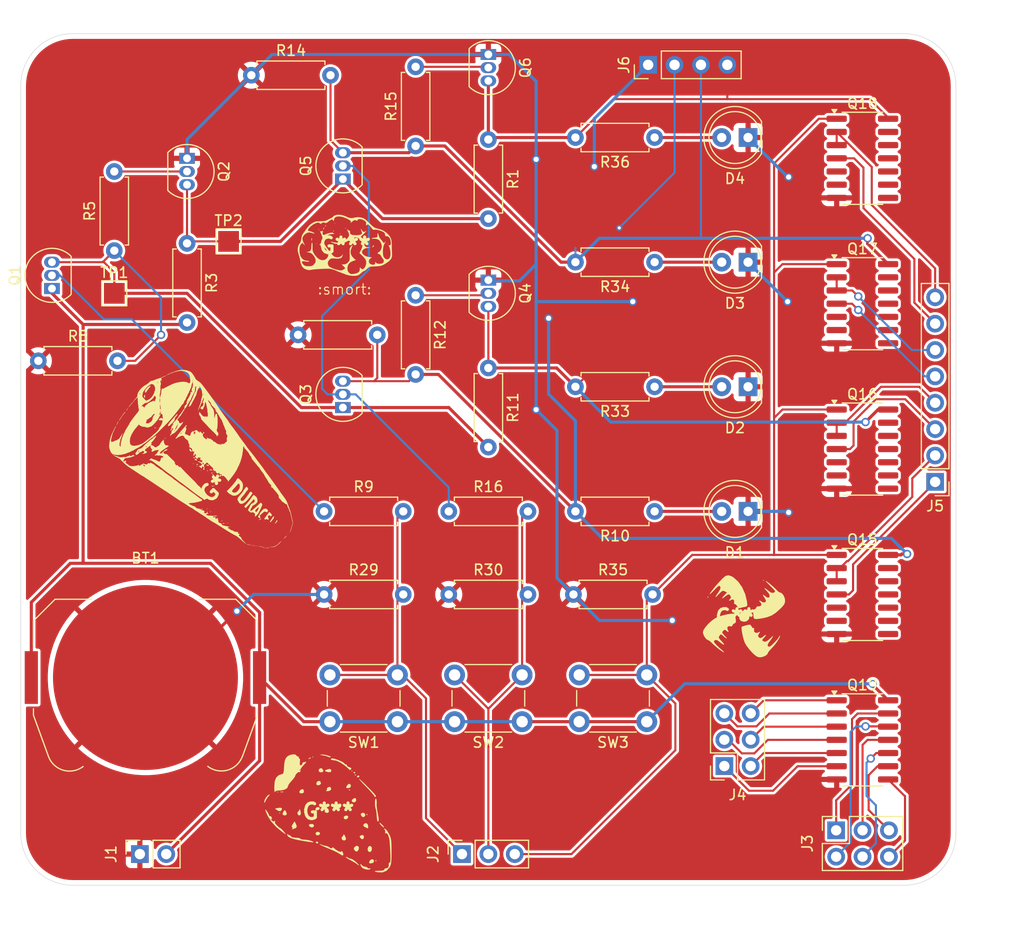
<source format=kicad_pcb>
(kicad_pcb (version 20241129) (generator "pcbnew") (generator_version "8.99")
  (layers (0 "F.Cu" signal) (2 "B.Cu" signal) (13 "F.Paste" user) (15 "B.Paste" user) (5 "F.SilkS" user "F.Silkscreen") (7 "B.SilkS" user "B.Silkscreen") (1 "F.Mask" user) (3 "B.Mask" user) (25 "Edge.Cuts" user))
  (net 0 "")
  (net 1 "GND")
  (net 2 "+1V5")
  (net 3 "B4")
  (net 4 "B2")
  (net 5 "B0")
  (net 6 "Net-(J3-Pin_3)")
  (net 7 "Net-(J3-Pin_2)")
  (net 8 "Net-(J3-Pin_6)")
  (net 9 "Net-(J3-Pin_4)")
  (net 10 "Net-(J3-Pin_1)")
  (net 11 "Net-(J3-Pin_5)")
  (net 12 "Net-(J4-Pin_5)")
  (net 13 "Net-(J4-Pin_3)")
  (net 14 "Net-(J4-Pin_6)")
  (net 15 "Net-(J4-Pin_1)")
  (net 16 "Net-(J4-Pin_2)")
  (net 17 "Net-(J4-Pin_4)")
  (net 18 "Net-(Q1-B)")
  (net 19 "IN2")
  (net 20 "IN4")
  (net 21 "Net-(Q2-B)")
  (net 22 "Net-(Q3-B)")
  (net 23 "IN6")
  (net 24 "Net-(Q4-B)")
  (net 25 "IN8")
  (net 26 "IN10")
  (net 27 "IN12")
  (net 28 "Net-(Q6-B)")
  (net 33 "O7")
  (net 35 "O6")
  (net 43 "O8")
  (net 46 "O9")
  (net 49 "O10")
  (net 52 "O11")
  (net 61 "O12")
  (net 62 "O13")
  (net 69 "Net-(D1-A)")
  (net 70 "Net-(D2-A)")
  (net 71 "Net-(D3-A)")
  (net 72 "Net-(D4-A)")
  (footprint "Package_SO:SO-14_3.9x8.65mm_P1.27mm" (layer "F.Cu") (at 178 38)
    (property "Reference" "Q18")
    (property "Value" "~")
  )
  (footprint "Package_SO:SO-14_3.9x8.65mm_P1.27mm" (layer "F.Cu") (at 178 94)
    (property "Reference" "Q19")
    (property "Value" "~")
  )
  (footprint "Resistor_THT:R_Axial_DIN0207_L6.3mm_D2.5mm_P7.62mm_Horizontal" (layer "F.Cu") (at 150.19 80)
    (property "Reference" "R35")
    (property "Value" "47K")
  )
  (footprint "Package_TO_SOT_THT:TO-92_Inline" (layer "F.Cu") (at 100 50.540002 90)
    (property "Reference" "Q1")
    (property "Value" "2N3906")
  )
  (footprint "Connector_PinSocket_2.54mm:PinSocket_2x03_P2.54mm_Vertical" (layer "F.Cu") (at 175.475 102.71 90)
    (property "Reference" "J3")
    (property "Value" "Conn_01x06_Socket")
  )
  (footprint "LOGO" (layer "F.Cu") (at 128.2 46.4)
    (property "Reference" "G***")
    (property "Value" "LOGO" (hide yes))
  )
  (footprint "Connector_PinSocket_2.54mm:PinSocket_1x03_P2.54mm_Vertical" (layer "F.Cu") (at 139.46 105 90)
    (property "Reference" "J2")
    (property "Value" "Conn_01x03_Socket")
  )
  (footprint "Resistor_THT:R_Axial_DIN0207_L6.3mm_D2.5mm_P7.62mm_Horizontal" (layer "F.Cu") (at 113 46.19 -90)
    (property "Reference" "R3")
    (property "Value" "90Ohm")
  )
  (footprint "Resistor_THT:R_Axial_DIN0207_L6.3mm_D2.5mm_P7.62mm_Horizontal" (layer "F.Cu") (at 158 48 180)
    (property "Reference" "R34")
    (property "Value" "51Ohm")
  )
  (footprint "Resistor_THT:R_Axial_DIN0207_L6.3mm_D2.5mm_P7.62mm_Horizontal" (layer "F.Cu") (at 123.69 55)
    (property "Reference" "R13" (hide yes))
    (property "Value" "47K")
  )
  (footprint "LOGO" (layer "F.Cu") (at 166.323914 82.185996)
    (property "Reference" "G***")
    (property "Value" "LOGO" (hide yes))
  )
  (footprint "Package_TO_SOT_THT:TO-92_Inline" (layer "F.Cu") (at 142 49.729999 -90)
    (property "Reference" "Q4")
    (property "Value" "2N3904")
  )
  (footprint "Resistor_THT:R_Axial_DIN0207_L6.3mm_D2.5mm_P7.62mm_Horizontal" (layer "F.Cu") (at 98.69 57.5)
    (property "Reference" "R8")
    (property "Value" "47K")
  )
  (footprint "Resistor_THT:R_Axial_DIN0207_L6.3mm_D2.5mm_P7.62mm_Horizontal" (layer "F.Cu") (at 142 58.19 -90)
    (property "Reference" "R11")
    (property "Value" "90Ohm")
  )
  (footprint "Connector_PinSocket_2.54mm:PinSocket_2x03_P2.54mm_Vertical" (layer "F.Cu") (at 164.71 96.525 180)
    (property "Reference" "J4")
    (property "Value" "Conn_01x06_Socket")
  )
  (footprint "Resistor_THT:R_Axial_DIN0207_L6.3mm_D2.5mm_P7.62mm_Horizontal" (layer "F.Cu") (at 142 36.19 -90)
    (property "Reference" "R1")
    (property "Value" "90Ohm")
  )
  (footprint "LOGO" (layer "F.Cu") (at 126.6 100.9)
    (property "Reference" "G***")
    (property "Value" "LOGO" (hide yes))
  )
  (footprint "Connector_PinSocket_2.54mm:PinSocket_1x02_P2.54mm_Vertical" (layer "F.Cu") (at 108.46 105 90)
    (property "Reference" "J1")
    (property "Value" "Energy")
  )
  (footprint "Button_Switch_THT:SW_PUSH_6mm" (layer "F.Cu") (at 157.25 92.25 180)
    (property "Reference" "SW3")
    (property "Value" "SW_Push_45deg")
  )
  (footprint "Resistor_THT:R_Axial_DIN0207_L6.3mm_D2.5mm_P7.62mm_Horizontal" (layer "F.Cu") (at 158 60 180)
    (property "Reference" "R33")
    (property "Value" "51Ohm")
  )
  (footprint "LED_THT:LED_D5.0mm" (layer "F.Cu") (at 167 72 180)
    (property "Reference" "D1")
    (property "Value" "LED")
  )
  (footprint "Resistor_THT:R_Axial_DIN0207_L6.3mm_D2.5mm_P7.62mm_Horizontal" (layer "F.Cu") (at 126.19 80)
    (property "Reference" "R29")
    (property "Value" "47K")
  )
  (footprint "Package_TO_SOT_THT:TO-92_Inline" (layer "F.Cu") (at 113 38 -90)
    (property "Reference" "Q2")
    (property "Value" "2N3904")
  )
  (footprint "Resistor_THT:R_Axial_DIN0207_L6.3mm_D2.5mm_P7.62mm_Horizontal" (layer "F.Cu") (at 119.19 30)
    (property "Reference" "R14")
    (property "Value" "47K")
  )
  (footprint "LOGO" (layer "F.Cu") (at 116.4 69 45)
    (property "Reference" "G***")
    (property "Value" "LOGO" (hide yes))
  )
  (footprint "Battery:BatteryHolder_Keystone_3034_1x20mm" (layer "F.Cu") (at 109 88)
    (property "Reference" "BT1")
    (property "Value" "Battery_Cell")
  )
  (footprint "Connector_PinHeader_2.54mm:PinHeader_1x04_P2.54mm_Vertical" (layer "F.Cu") (at 157.38 29 90)
    (property "Reference" "J6")
    (property "Value" "Conn_01x04_Pin")
  )
  (footprint "Resistor_THT:R_Axial_DIN0207_L6.3mm_D2.5mm_P7.62mm_Horizontal" (layer "F.Cu") (at 138.19 80)
    (property "Reference" "R30")
    (property "Value" "47K")
  )
  (footprint "Package_SO:SO-14_3.9x8.65mm_P1.27mm" (layer "F.Cu") (at 178 52)
    (property "Reference" "Q17")
    (property "Value" "~")
  )
  (footprint "Resistor_THT:R_Axial_DIN0207_L6.3mm_D2.5mm_P7.62mm_Horizontal" (layer "F.Cu") (at 106 46.890001 90)
    (property "Reference" "R5")
    (property "Value" "4.7K")
  )
  (footprint "Button_Switch_THT:SW_PUSH_6mm" (layer "F.Cu") (at 145.25 92.25 180)
    (property "Reference" "SW2")
    (property "Value" "SW_Push_45deg")
  )
  (footprint "LED_THT:LED_D5.0mm" (layer "F.Cu") (at 167 60 180)
    (property "Reference" "D2")
    (property "Value" "LED")
  )
  (footprint "Package_TO_SOT_THT:TO-92_Inline" (layer "F.Cu") (at 128 62 90)
    (property "Reference" "Q3")
    (property "Value" "2N3906")
  )
  (footprint "LED_THT:LED_D5.0mm" (layer "F.Cu") (at 167 36 180)
    (property "Reference" "D4")
    (property "Value" "LED")
  )
  (footprint "Package_SO:SO-14_3.9x8.65mm_P1.27mm" (layer "F.Cu") (at 178 66)
    (property "Reference" "Q16")
    (property "Value" "~")
  )
  (footprint "TestPoint:TestPoint_Pad_2.0x2.0mm" (layer "F.Cu") (at 106 51)
    (property "Reference" "TP1")
    (property "Value" "TestPoint")
  )
  (footprint "Resistor_THT:R_Axial_DIN0207_L6.3mm_D2.5mm_P7.62mm_Horizontal" (layer "F.Cu") (at 138.19 72)
    (property "Reference" "R16")
    (property "Value" "4.7K")
  )
  (footprint "LED_THT:LED_D5.0mm" (layer "F.Cu") (at 167 48 180)
    (property "Reference" "D3")
    (property "Value" "LED")
  )
  (footprint "Resistor_THT:R_Axial_DIN0207_L6.3mm_D2.5mm_P7.62mm_Horizontal" (layer "F.Cu") (at 135 51.19 -90)
    (property "Reference" "R12")
    (property "Value" "4.7K")
  )
  (footprint "Resistor_THT:R_Axial_DIN0207_L6.3mm_D2.5mm_P7.62mm_Horizontal" (layer "F.Cu") (at 126.19 72)
    (property "Reference" "R9")
    (property "Value" "4.7K")
  )
  (footprint "Resistor_THT:R_Axial_DIN0207_L6.3mm_D2.5mm_P7.62mm_Horizontal" (layer "F.Cu") (at 158 36 180)
    (property "Reference" "R36")
    (property "Value" "51Ohm")
  )
  (footprint "Package_TO_SOT_THT:TO-92_Inline" (layer "F.Cu") (at 142 28 -90)
    (property "Reference" "Q6")
    (property "Value" "2N3904")
  )
  (footprint "Package_SO:SO-14_3.9x8.65mm_P1.27mm" (layer "F.Cu") (at 178 80)
    (property "Reference" "Q15")
    (property "Value" "~")
  )
  (footprint "TestPoint:TestPoint_Pad_2.0x2.0mm" (layer "F.Cu") (at 117 46)
    (property "Reference" "TP2")
    (property "Value" "TestPoint")
  )
  (footprint "Button_Switch_THT:SW_PUSH_6mm" (layer "F.Cu") (at 133.25 92.25 180)
    (property "Reference" "SW1")
    (property "Value" "SW_Push_45deg")
  )
  (footprint "Resistor_THT:R_Axial_DIN0207_L6.3mm_D2.5mm_P7.62mm_Horizontal" (layer "F.Cu") (at 158 72 180)
    (property "Reference" "R10")
    (property "Value" "51Ohm")
  )
  (footprint "Resistor_THT:R_Axial_DIN0207_L6.3mm_D2.5mm_P7.62mm_Horizontal" (layer "F.Cu") (at 135 36.81 90)
    (property "Reference" "R15")
    (property "Value" "4.7K")
  )
  (footprint "Connector_PinHeader_2.54mm:PinHeader_1x08_P2.54mm_Vertical" (layer "F.Cu") (at 185 69.16 180)
    (property "Reference" "J5")
    (property "Value" "Conn_02x04_Odd_Even")
  )
  (footprint "Package_TO_SOT_THT:TO-92_Inline" (layer "F.Cu") (at 128 40 90)
    (property "Reference" "Q5")
    (property "Value" "2N3906")
  )
  (gr_line (start 187 31) (end 187 103) (stroke (width 0.05)) (layer "Edge.Cuts"))
  (gr_arc (start 102 108) (mid 98.464466 106.535534) (end 97 103) (stroke (width 0.05)) (layer "Edge.Cuts"))
  (gr_arc (start 187 103) (mid 185.535534 106.535534) (end 182 108) (stroke (width 0.05)) (layer "Edge.Cuts"))
  (gr_line (start 102 26) (end 182 26) (stroke (width 0.05)) (layer "Edge.Cuts"))
  (gr_line (start 102 108) (end 182 108) (stroke (width 0.05)) (layer "Edge.Cuts"))
  (gr_line (start 97 103) (end 97 31) (stroke (width 0.05)) (layer "Edge.Cuts"))
  (gr_arc (start 97 31) (mid 98.464466 27.464466) (end 102 26) (stroke (width 0.05)) (layer "Edge.Cuts"))
  (gr_arc (start 182 26) (mid 185.535534 27.464466) (end 187 31) (stroke (width 0.05)) (layer "Edge.Cuts"))
  (gr_text ":smort:" (at 125.5 51.2 0) (layer "F.SilkS") (effects (font (size 1 1) (thickness 0.1)) (justify left bottom)))
  (segment (start 111.4 88) (end 117.8 81.6) (width 0.3) (layer "F.Cu") (net 1))
  (segment (start 109 88) (end 111.4 88) (width 0.3) (layer "F.Cu") (net 1))
  (via (at 155.9 51.8) (size 0.8) (drill 0.5) (layers "F.Cu" "B.Cu") (net 1))
  (via (at 170.9 39.8) (size 0.8) (drill 0.5) (layers "F.Cu" "B.Cu") (net 1))
  (via (at 117.8 81.6) (size 0.8) (drill 0.5) (layers "F.Cu" "B.Cu") (net 1))
  (via (at 146.6 38.1) (size 0.8) (drill 0.5) (layers "F.Cu" "B.Cu") (net 1))
  (via (at 159.7 82.5) (size 0.8) (drill 0.5) (layers "F.Cu" "B.Cu") (net 1))
  (via (at 170.8 51.8) (size 0.8) (drill 0.5) (layers "F.Cu" "B.Cu") (net 1))
  (via (at 170.9 72.1) (size 0.8) (drill 0.5) (layers "F.Cu" "B.Cu") (net 1))
  (via (at 146.6 62.2) (size 0.8) (drill 0.5) (layers "F.Cu" "B.Cu") (net 1))
  (segment (start 142.070001 49.8) (end 142 49.729999) (width 0.3) (layer "B.Cu") (net 1))
  (segment (start 167 36) (end 170.8 39.8) (width 0.3) (layer "B.Cu") (net 1))
  (segment (start 121.19 28) (end 119.19 30) (width 0.3) (layer "B.Cu") (net 1))
  (segment (start 117.8 81.6) (end 119.4 80) (width 0.3) (layer "B.Cu") (net 1))
  (segment (start 167 48) (end 170.8 51.8) (width 0.3) (layer "B.Cu") (net 1))
  (segment (start 146.6 38.1) (end 146.6 30.6) (width 0.3) (layer "B.Cu") (net 1))
  (segment (start 150.19 80) (end 152.69 82.5) (width 0.3) (layer "B.Cu") (net 1))
  (segment (start 119.4 80) (end 126.19 80) (width 0.3) (layer "B.Cu") (net 1))
  (segment (start 170.8 39.8) (end 170.9 39.8) (width 0.3) (layer "B.Cu") (net 1))
  (segment (start 146.6 30.6) (end 144 28) (width 0.3) (layer "B.Cu") (net 1))
  (segment (start 144 28) (end 142 28) (width 0.3) (layer "B.Cu") (net 1))
  (segment (start 113 36.19) (end 113 38) (width 0.3) (layer "B.Cu") (net 1))
  (segment (start 146.6 38.1) (end 146.6 48.2) (width 0.3) (layer "B.Cu") (net 1))
  (segment (start 146.6 51.8) (end 155.9 51.8) (width 0.3) (layer "B.Cu") (net 1))
  (segment (start 148.6 64.2) (end 148.6 78.41) (width 0.3) (layer "B.Cu") (net 1))
  (segment (start 152.69 82.5) (end 159.7 82.5) (width 0.3) (layer "B.Cu") (net 1))
  (segment (start 148.6 78.41) (end 150.19 80) (width 0.3) (layer "B.Cu") (net 1))
  (segment (start 146.6 62.2) (end 148.6 64.2) (width 0.3) (layer "B.Cu") (net 1))
  (segment (start 119.19 30) (end 113 36.19) (width 0.3) (layer "B.Cu") (net 1))
  (segment (start 167 72) (end 170.8 72) (width 0.3) (layer "B.Cu") (net 1))
  (segment (start 146.6 48.2) (end 146.6 51.8) (width 0.3) (layer "B.Cu") (net 1))
  (segment (start 170.8 72) (end 170.9 72.1) (width 0.3) (layer "B.Cu") (net 1))
  (segment (start 145 49.8) (end 142.070001 49.8) (width 0.3) (layer "B.Cu") (net 1))
  (segment (start 142 28) (end 121.19 28) (width 0.3) (layer "B.Cu") (net 1))
  (segment (start 146.6 48.2) (end 145 49.8) (width 0.3) (layer "B.Cu") (net 1))
  (segment (start 146.6 51.8) (end 146.6 62.2) (width 0.3) (layer "B.Cu") (net 1))
  (segment (start 111 105) (end 119.985 96.015) (width 0.3) (layer "F.Cu") (net 2))
  (segment (start 100 51) (end 100 50.540002) (width 0.3) (layer "F.Cu") (net 2))
  (segment (start 112.81 54) (end 113 53.81) (width 0.3) (layer "F.Cu") (net 2))
  (segment (start 103 54) (end 100 51) (width 0.3) (layer "F.Cu") (net 2))
  (segment (start 101.765 77) (end 115.25 77) (width 0.3) (layer "F.Cu") (net 2))
  (segment (start 103 54) (end 103 77) (width 0.3) (layer "F.Cu") (net 2))
  (segment (start 98.015 80.75) (end 101.765 77) (width 0.3) (layer "F.Cu") (net 2))
  (segment (start 179 88.715) (end 180.475 90.19) (width 0.3) (layer "F.Cu") (net 2))
  (segment (start 119.985 81.735) (end 119.985 88) (width 0.3) (layer "F.Cu") (net 2))
  (segment (start 157.25 92.25) (end 145.25 92.25) (width 0.3) (layer "F.Cu") (net 2))
  (segment (start 119.985 96.015) (end 119.985 88) (width 0.3) (layer "F.Cu") (net 2))
  (segment (start 126.75 92.25) (end 124.235 92.25) (width 0.3) (layer "F.Cu") (net 2))
  (segment (start 124.235 92.25) (end 119.985 88) (width 0.3) (layer "F.Cu") (net 2))
  (segment (start 179 88.6) (end 179 88.715) (width 0.3) (layer "F.Cu") (net 2))
  (segment (start 103 54) (end 112.81 54) (width 0.3) (layer "F.Cu") (net 2))
  (segment (start 98.015 88) (end 98.015 80.75) (width 0.3) (layer "F.Cu") (net 2))
  (segment (start 115.25 77) (end 119.985 81.735) (width 0.3) (layer "F.Cu") (net 2))
  (via (at 179 88.6) (size 0.8) (drill 0.5) (layers "F.Cu" "B.Cu") (net 2))
  (segment (start 145.25 92.25) (end 133.25 92.25) (width 0.3) (layer "B.Cu") (net 2))
  (segment (start 157.25 92.25) (end 160.9 88.6) (width 0.3) (layer "B.Cu") (net 2))
  (segment (start 160.9 88.6) (end 179 88.6) (width 0.3) (layer "B.Cu") (net 2))
  (segment (start 133.25 92.25) (end 126.75 92.25) (width 0.3) (layer "B.Cu") (net 2))
  (segment (start 175.525 48.19) (end 170.31 48.19) (width 0.2) (layer "F.Cu") (net 3))
  (segment (start 170.31 48.19) (end 169.5 49) (width 0.2) (layer "F.Cu") (net 3))
  (segment (start 157.25 87.749999) (end 150.75 87.749999) (width 0.2) (layer "F.Cu") (net 3))
  (segment (start 169.5 76.19) (end 161.62 76.19) (width 0.2) (layer "F.Cu") (net 3))
  (segment (start 160 90.499999) (end 157.25 87.749999) (width 0.2) (layer "F.Cu") (net 3))
  (segment (start 173.81 34.19) (end 175.525 34.19) (width 0.2) (layer "F.Cu") (net 3))
  (segment (start 175.525 76.19) (end 169.5 76.19) (width 0.2) (layer "F.Cu") (net 3))
  (segment (start 175.525 62.19) (end 170.31 62.19) (width 0.2) (layer "F.Cu") (net 3))
  (segment (start 169.5 38.5) (end 173.81 34.19) (width 0.2) (layer "F.Cu") (net 3))
  (segment (start 169.5 63) (end 169.5 49) (width 0.2) (layer "F.Cu") (net 3))
  (segment (start 169.5 76.19) (end 169.5 63) (width 0.2) (layer "F.Cu") (net 3))
  (segment (start 150.75 87.749999) (end 150.749999 87.75) (width 0.2) (layer "F.Cu") (net 3))
  (segment (start 160 95) (end 160 90.499999) (width 0.2) (layer "F.Cu") (net 3))
  (segment (start 157.25 87.749999) (end 157.25 80.56) (width 0.2) (layer "F.Cu") (net 3))
  (segment (start 157.25 80.56) (end 157.81 80) (width 0.2) (layer "F.Cu") (net 3))
  (segment (start 170.31 62.19) (end 169.5 63) (width 0.2) (layer "F.Cu") (net 3))
  (segment (start 169.5 49) (end 169.5 38.5) (width 0.2) (layer "F.Cu") (net 3))
  (segment (start 161.62 76.19) (end 157.81 80) (width 0.2) (layer "F.Cu") (net 3))
  (segment (start 150 105) (end 160 95) (width 0.2) (layer "F.Cu") (net 3))
  (segment (start 144.539999 105) (end 150 105) (width 0.2) (layer "F.Cu") (net 3))
  (segment (start 141.999999 91) (end 142 91) (width 0.2) (layer "F.Cu") (net 4))
  (segment (start 145.25 87.749999) (end 145.25 72.56) (width 0.2) (layer "F.Cu") (net 4))
  (segment (start 142 105) (end 142 91) (width 0.2) (layer "F.Cu") (net 4))
  (segment (start 142 90.999999) (end 145.25 87.749999) (width 0.2) (layer "F.Cu") (net 4))
  (segment (start 138.749999 87.75) (end 141.999999 91) (width 0.2) (layer "F.Cu") (net 4))
  (segment (start 142 91) (end 142 90.999999) (width 0.2) (layer "F.Cu") (net 4))
  (segment (start 145.25 72.56) (end 145.81 72) (width 0.2) (layer "F.Cu") (net 4))
  (segment (start 133.25 87.749999) (end 133.249999 87.75) (width 0.2) (layer "F.Cu") (net 5))
  (segment (start 136 90) (end 133.749999 87.749999) (width 0.2) (layer "F.Cu") (net 5))
  (segment (start 133.749999 87.749999) (end 133.25 87.749999) (width 0.2) (layer "F.Cu") (net 5))
  (segment (start 133.25 87.749999) (end 133.25 72.56) (width 0.2) (layer "F.Cu") (net 5))
  (segment (start 136 101.54) (end 136 90) (width 0.2) (layer "F.Cu") (net 5))
  (segment (start 139.46 105) (end 136 101.54) (width 0.2) (layer "F.Cu") (net 5))
  (segment (start 133.249999 87.75) (end 126.749999 87.75) (width 0.2) (layer "F.Cu") (net 5))
  (segment (start 133.25 72.56) (end 133.81 72) (width 0.2) (layer "F.Cu") (net 5))
  (segment (start 178.015 94.485) (end 178.5 94) (width 0.2) (layer "F.Cu") (net 6))
  (segment (start 178.5 94) (end 180.475 94) (width 0.2) (layer "F.Cu") (net 6))
  (segment (start 178.015 102.71) (end 178.015 94.485) (width 0.2) (layer "F.Cu") (net 6))
  (segment (start 178.3 92.7) (end 180.445 92.7) (width 0.2) (layer "F.Cu") (net 7))
  (segment (start 180.445 92.7) (end 180.475 92.73) (width 0.2) (layer "F.Cu") (net 7))
  (via (at 178.3 92.7) (size 0.8) (drill 0.5) (layers "F.Cu" "B.Cu") (net 7))
  (segment (start 176.864 103.836) (end 175.475 105.225) (width 0.2) (layer "B.Cu") (net 7))
  (segment (start 177.7 92.7) (end 178.3 92.7) (width 0.2) (layer "B.Cu") (net 7))
  (segment (start 177.7 92.7) (end 177.4 92.7) (width 0.2) (layer "B.Cu") (net 7))
  (segment (start 176.864 93.236) (end 176.864 103.836) (width 0.2) (layer "B.Cu") (net 7))
  (segment (start 177.4 92.7) (end 176.864 93.236) (width 0.2) (layer "B.Cu") (net 7))
  (segment (start 175.475 105.225) (end 175.475 105.25) (width 0.2) (layer "B.Cu") (net 7))
  (segment (start 182.1 99.4) (end 182.065 99.4) (width 0.2) (layer "F.Cu") (net 8))
  (segment (start 180.555 105.25) (end 182.1 103.705) (width 0.2) (layer "F.Cu") (net 8))
  (segment (start 182.065 99.4) (end 180.475 97.81) (width 0.2) (layer "F.Cu") (net 8))
  (segment (start 182.1 103.705) (end 182.1 99.4) (width 0.2) (layer "F.Cu") (net 8))
  (segment (start 178.8 95.8) (end 179.33 95.27) (width 0.2) (layer "F.Cu") (net 9))
  (segment (start 179.33 95.27) (end 180.475 95.27) (width 0.2) (layer "F.Cu") (net 9))
  (via (at 178.8 95.8) (size 0.8) (drill 0.5) (layers "F.Cu" "B.Cu") (net 9))
  (segment (start 178.015 105.25) (end 179.3 103.965) (width 0.2) (layer "B.Cu") (net 9))
  (segment (start 179.3 100.3) (end 178.4 99.4) (width 0.2) (layer "B.Cu") (net 9))
  (segment (start 178.4 96.2) (end 178.8 95.8) (width 0.2) (layer "B.Cu") (net 9))
  (segment (start 178.4 99.4) (end 178.4 96.2) (width 0.2) (layer "B.Cu") (net 9))
  (segment (start 179.3 103.965) (end 179.3 100.3) (width 0.2) (layer "B.Cu") (net 9))
  (segment (start 177 92) (end 177 98.3) (width 0.2) (layer "F.Cu") (net 10))
  (segment (start 177.54 91.46) (end 177 92) (width 0.2) (layer "F.Cu") (net 10))
  (segment (start 175.475 99.825) (end 175.475 102.71) (width 0.2) (layer "F.Cu") (net 10))
  (segment (start 180.475 91.46) (end 177.54 91.46) (width 0.2) (layer "F.Cu") (net 10))
  (segment (start 177 98.3) (end 175.475 99.825) (width 0.2) (layer "F.Cu") (net 10))
  (segment (start 178.6 100.755001) (end 178.6 97.4) (width 0.2) (layer "F.Cu") (net 11))
  (segment (start 180.554999 102.71) (end 178.6 100.755001) (width 0.2) (layer "F.Cu") (net 11))
  (segment (start 179.46 96.54) (end 180.475 96.54) (width 0.2) (layer "F.Cu") (net 11))
  (segment (start 178.6 97.4) (end 179.46 96.54) (width 0.2) (layer "F.Cu") (net 11))
  (segment (start 175.525 91.46) (end 169.04 91.46) (width 0.2) (layer "F.Cu") (net 12))
  (segment (start 167.8 92.7) (end 165.964999 92.7) (width 0.2) (layer "F.Cu") (net 12))
  (segment (start 165.964999 92.7) (end 164.71 91.445001) (width 0.2) (layer "F.Cu") (net 12))
  (segment (start 169.04 91.46) (end 167.8 92.7) (width 0.2) (layer "F.Cu") (net 12))
  (segment (start 166.4 95.3) (end 165.085 93.985) (width 0.2) (layer "F.Cu") (net 13))
  (segment (start 175.525 94) (end 168.9 94) (width 0.2) (layer "F.Cu") (net 13))
  (segment (start 168.9 94) (end 167.6 95.3) (width 0.2) (layer "F.Cu") (net 13))
  (segment (start 165.085 93.985) (end 164.71 93.985) (width 0.2) (layer "F.Cu") (net 13))
  (segment (start 167.6 95.3) (end 166.4 95.3) (width 0.2) (layer "F.Cu") (net 13))
  (segment (start 168.505 90.19) (end 167.25 91.445) (width 0.2) (layer "F.Cu") (net 14))
  (segment (start 175.525 90.19) (end 168.505 90.19) (width 0.2) (layer "F.Cu") (net 14))
  (segment (start 167.085 98.9) (end 164.71 96.525) (width 0.2) (layer "F.Cu") (net 15))
  (segment (start 171.76 96.54) (end 169.4 98.9) (width 0.2) (layer "F.Cu") (net 15))
  (segment (start 175.525 96.54) (end 171.76 96.54) (width 0.2) (layer "F.Cu") (net 15))
  (segment (start 169.4 98.9) (end 167.085 98.9) (width 0.2) (layer "F.Cu") (net 15))
  (segment (start 168.505 95.27) (end 167.25 96.525) (width 0.2) (layer "F.Cu") (net 16))
  (segment (start 175.525 95.27) (end 168.505 95.27) (width 0.2) (layer "F.Cu") (net 16))
  (segment (start 175.525 92.73) (end 168.505 92.73) (width 0.2) (layer "F.Cu") (net 17))
  (segment (start 168.505 92.73) (end 167.25 93.985) (width 0.2) (layer "F.Cu") (net 17))
  (segment (start 105 53.5) (end 100.770001 49.270001) (width 0.2) (layer "B.Cu") (net 18))
  (segment (start 126.19 72) (end 107.69 53.5) (width 0.2) (layer "B.Cu") (net 18))
  (segment (start 107.69 53.5) (end 105 53.5) (width 0.2) (layer "B.Cu") (net 18))
  (segment (start 100.770001 49.270001) (end 100 49.270001) (width 0.2) (layer "B.Cu") (net 18))
  (segment (start 113 51) (end 124 62) (width 0.3) (layer "F.Cu") (net 19))
  (segment (start 124 62) (end 128 62) (width 0.3) (layer "F.Cu") (net 19))
  (segment (start 138.19 62) (end 142 65.81) (width 0.3) (layer "F.Cu") (net 19))
  (segment (start 106 49) (end 106 51) (width 0.2) (layer "F.Cu") (net 19))
  (segment (start 104.945 47.945) (end 106 46.890001) (width 0.2) (layer "F.Cu") (net 19))
  (segment (start 128 62) (end 138.19 62) (width 0.3) (layer "F.Cu") (net 19))
  (segment (start 106 51) (end 113 51) (width 0.3) (layer "F.Cu") (net 19))
  (segment (start 100 48.000002) (end 104.889999 48.000002) (width 0.2) (layer "F.Cu") (net 19))
  (segment (start 106.31 57.5) (end 108 57.5) (width 0.2) (layer "F.Cu") (net 19))
  (segment (start 104.889999 48.000002) (end 104.945 47.945) (width 0.2) (layer "F.Cu") (net 19))
  (segment (start 104.945 47.945) (end 106 49) (width 0.2) (layer "F.Cu") (net 19))
  (segment (start 108 57.5) (end 110.5 55) (width 0.2) (layer "F.Cu") (net 19))
  (via (at 110.5 55) (size 0.8) (drill 0.5) (layers "F.Cu" "B.Cu") (net 19))
  (segment (start 110.5 51.390001) (end 106 46.890001) (width 0.2) (layer "B.Cu") (net 19))
  (segment (start 110.5 55) (end 110.5 51.390001) (width 0.2) (layer "B.Cu") (net 19))
  (segment (start 128 40) (end 131.81 43.81) (width 0.3) (layer "F.Cu") (net 20))
  (segment (start 113 40.54) (end 113 46.19) (width 0.2) (layer "F.Cu") (net 20))
  (segment (start 122 46) (end 128 40) (width 0.3) (layer "F.Cu") (net 20))
  (segment (start 131.81 43.81) (end 142 43.81) (width 0.3) (layer "F.Cu") (net 20))
  (segment (start 117 46) (end 113.19 46) (width 0.2) (layer "F.Cu") (net 20))
  (segment (start 113.19 46) (end 113 46.19) (width 0.2) (layer "F.Cu") (net 20))
  (segment (start 117 46) (end 122 46) (width 0.3) (layer "F.Cu") (net 20))
  (segment (start 113 39.270001) (end 106 39.270001) (width 0.2) (layer "F.Cu") (net 21))
  (segment (start 130.5 48.7) (end 126 53.2) (width 0.2) (layer "B.Cu") (net 22))
  (segment (start 128.929999 38.729999) (end 130.5 40.3) (width 0.2) (layer "B.Cu") (net 22))
  (segment (start 130.5 40.3) (end 130.5 48.7) (width 0.2) (layer "B.Cu") (net 22))
  (segment (start 128 38.729999) (end 128.929999 38.729999) (width 0.2) (layer "B.Cu") (net 22))
  (segment (start 126.529999 60.729999) (end 128 60.729999) (width 0.2) (layer "B.Cu") (net 22))
  (segment (start 129.229999 60.729999) (end 128 60.729999) (width 0.2) (layer "B.Cu") (net 22))
  (segment (start 126 53.2) (end 126 60.2) (width 0.2) (layer "B.Cu") (net 22))
  (segment (start 138.19 72) (end 138.19 69.69) (width 0.2) (layer "B.Cu") (net 22))
  (segment (start 138.19 69.69) (end 129.229999 60.729999) (width 0.2) (layer "B.Cu") (net 22))
  (segment (start 126 60.2) (end 126.529999 60.729999) (width 0.2) (layer "B.Cu") (net 22))
  (segment (start 152.2 49) (end 152.2 48.8) (width 0.3) (layer "F.Cu") (net 23))
  (segment (start 152.2 48.8) (end 152.2 38.8) (width 0.3) (layer "F.Cu") (net 23))
  (segment (start 182.3 76.1) (end 181.8 76.1) (width 0.3) (layer "F.Cu") (net 23))
  (segment (start 131 59.46) (end 134.35 59.46) (width 0.2) (layer "F.Cu") (net 23))
  (segment (start 181.8 76.1) (end 181.71 76.19) (width 0.3) (layer "F.Cu") (net 23))
  (segment (start 128 59.46) (end 131 59.46) (width 0.2) (layer "F.Cu") (net 23))
  (segment (start 135 58.81) (end 137.19 58.81) (width 0.3) (layer "F.Cu") (net 23))
  (segment (start 181.71 76.19) (end 180.475 76.19) (width 0.3) (layer "F.Cu") (net 23))
  (segment (start 137.19 58.81) (end 150.38 72) (width 0.3) (layer "F.Cu") (net 23))
  (segment (start 134.35 59.46) (end 135 58.81) (width 0.2) (layer "F.Cu") (net 23))
  (segment (start 131.31 55) (end 131.31 59.15) (width 0.2) (layer "F.Cu") (net 23))
  (segment (start 131.31 59.15) (end 131 59.46) (width 0.2) (layer "F.Cu") (net 23))
  (segment (start 147.8 53.4) (end 152.2 49) (width 0.3) (layer "F.Cu") (net 23))
  (via (at 152.2 38.8) (size 0.8) (drill 0.5) (layers "F.Cu" "B.Cu") (net 23))
  (via (at 147.8 53.4) (size 0.8) (drill 0.5) (layers "F.Cu" "B.Cu") (net 23))
  (via (at 182.3 76.1) (size 0.8) (drill 0.5) (layers "F.Cu" "B.Cu") (net 23))
  (segment (start 150.38 72) (end 150.38 63.28) (width 0.3) (layer "B.Cu") (net 23))
  (segment (start 147.8 60.7) (end 147.8 53.4) (width 0.3) (layer "B.Cu") (net 23))
  (segment (start 152.2 34.18) (end 157.38 29) (width 0.3) (layer "B.Cu") (net 23))
  (segment (start 152.98 74.6) (end 180.8 74.6) (width 0.3) (layer "B.Cu") (net 23))
  (segment (start 150.38 72) (end 152.98 74.6) (width 0.3) (layer "B.Cu") (net 23))
  (segment (start 180.8 74.6) (end 182.3 76.1) (width 0.3) (layer "B.Cu") (net 23))
  (segment (start 150.38 63.28) (end 147.8 60.7) (width 0.3) (layer "B.Cu") (net 23))
  (segment (start 152.2 38.8) (end 152.2 34.18) (width 0.3) (layer "B.Cu") (net 23))
  (segment (start 135 51.19) (end 141.81 51.19) (width 0.2) (layer "F.Cu") (net 24))
  (segment (start 141.81 51.19) (end 142 51) (width 0.2) (layer "F.Cu") (net 24))
  (segment (start 179.51 62.19) (end 180.475 62.19) (width 0.3) (layer "F.Cu") (net 25))
  (segment (start 154.6 44.7) (end 154.6 55.78) (width 0.2) (layer "F.Cu") (net 25))
  (segment (start 148.57 58.19) (end 150.38 60) (width 0.3) (layer "F.Cu") (net 25))
  (segment (start 154.6 55.78) (end 150.38 60) (width 0.2) (layer "F.Cu") (net 25))
  (segment (start 142 58.19) (end 148.57 58.19) (width 0.3) (layer "F.Cu") (net 25))
  (segment (start 178.3 63.4) (end 179.51 62.19) (width 0.3) (layer "F.Cu") (net 25))
  (segment (start 142 52.269999) (end 142 58.19) (width 0.2) (layer "F.Cu") (net 25))
  (via (at 178.3 63.4) (size 0.8) (drill 0.5) (layers "F.Cu" "B.Cu") (net 25))
  (via (at 154.6 44.7) (size 0.6) (drill 0.3) (layers "F.Cu" "B.Cu") (net 25))
  (segment (start 153.78 63.4) (end 171.7 63.4) (width 0.3) (layer "B.Cu") (net 25))
  (segment (start 171.7 63.4) (end 178.3 63.4) (width 0.3) (layer "B.Cu") (net 25))
  (segment (start 159.92 29) (end 159.92 39.38) (width 0.2) (layer "B.Cu") (net 25))
  (segment (start 159.92 39.38) (end 154.6 44.7) (width 0.2) (layer "B.Cu") (net 25))
  (segment (start 150.38 60) (end 153.78 63.4) (width 0.3) (layer "B.Cu") (net 25))
  (segment (start 126.81 36.27) (end 128 37.46) (width 0.2) (layer "F.Cu") (net 26))
  (segment (start 134.35 37.46) (end 135 36.81) (width 0.3) (layer "F.Cu") (net 26))
  (segment (start 178.5 46.215) (end 180.475 48.19) (width 0.3) (layer "F.Cu") (net 26))
  (segment (start 178.5 45.7) (end 178.5 46.215) (width 0.3) (layer "F.Cu") (net 26))
  (segment (start 128 37.46) (end 134.35 37.46) (width 0.3) (layer "F.Cu") (net 26))
  (segment (start 135 36.81) (end 137.81 36.81) (width 0.3) (layer "F.Cu") (net 26))
  (segment (start 126.81 30) (end 126.81 36.27) (width 0.2) (layer "F.Cu") (net 26))
  (segment (start 149 48) (end 150.38 48) (width 0.3) (layer "F.Cu") (net 26))
  (segment (start 137.81 36.81) (end 149 48) (width 0.3) (layer "F.Cu") (net 26))
  (via (at 178.5 45.7) (size 0.8) (drill 0.5) (layers "F.Cu" "B.Cu") (net 26))
  (segment (start 162.459999 45.640001) (end 162.4 45.7) (width 0.2) (layer "B.Cu") (net 26))
  (segment (start 162.459999 29) (end 162.459999 45.640001) (width 0.2) (layer "B.Cu") (net 26))
  (segment (start 150.38 48) (end 152.68 45.7) (width 0.3) (layer "B.Cu") (net 26))
  (segment (start 162.4 45.7) (end 178.5 45.7) (width 0.3) (layer "B.Cu") (net 26))
  (segment (start 150.38 48) (end 150.38 46.62) (width 0.2) (layer "B.Cu") (net 26))
  (segment (start 152.68 45.7) (end 162.4 45.7) (width 0.3) (layer "B.Cu") (net 26))
  (segment (start 165 29) (end 165 32.3) (width 0.2) (layer "F.Cu") (net 27))
  (segment (start 150.38 36) (end 142.19 36) (width 0.3) (layer "F.Cu") (net 27))
  (segment (start 150.38 36) (end 154.08 32.3) (width 0.2) (layer "F.Cu") (net 27))
  (segment (start 154.08 32.3) (end 165 32.3) (width 0.2) (layer "F.Cu") (net 27))
  (segment (start 165 32.3) (end 178.7 32.3) (width 0.2) (layer "F.Cu") (net 27))
  (segment (start 142.19 36) (end 142 36.19) (width 0.3) (layer "F.Cu") (net 27))
  (segment (start 178.7 32.3) (end 180.475 34.075) (width 0.2) (layer "F.Cu") (net 27))
  (segment (start 180.475 34.075) (end 180.475 34.19) (width 0.2) (layer "F.Cu") (net 27))
  (segment (start 142 36.19) (end 142 30.54) (width 0.3) (layer "F.Cu") (net 27))
  (segment (start 135 29.19) (end 141.919999 29.19) (width 0.2) (layer "F.Cu") (net 28))
  (segment (start 141.919999 29.19) (end 142 29.270001) (width 0.2) (layer "F.Cu") (net 28))
  (segment (start 176.7 80) (end 175.525 80) (width 0.2) (layer "F.Cu") (net 33))
  (segment (start 177.1 77.1) (end 177.1 79.6) (width 0.2) (layer "F.Cu") (net 33))
  (segment (start 177.1 79.6) (end 176.7 80) (width 0.2) (layer "F.Cu") (net 33))
  (segment (start 185 69.2) (end 177.1 77.1) (width 0.2) (layer "F.Cu") (net 33))
  (segment (start 185 69.16) (end 185 69.2) (width 0.2) (layer "F.Cu") (net 33))
  (segment (start 182.8 68.82) (end 185 66.62) (width 0.2) (layer "F.Cu") (net 35))
  (segment (start 175.525 77.46) (end 175.84 77.46) (width 0.2) (layer "F.Cu") (net 35))
  (segment (start 176.609 76.791) (end 182.8 70.6) (width 0.2) (layer "F.Cu") (net 35))
  (segment (start 182.8 70.6) (end 182.8 68.82) (width 0.2) (layer "F.Cu") (net 35))
  (segment (start 176.509 76.791) (end 176.609 76.791) (width 0.2) (layer "F.Cu") (net 35))
  (segment (start 175.84 77.46) (end 176.509 76.791) (width 0.2) (layer "F.Cu") (net 35))
  (segment (start 175.525 77.46) (end 175.525 78.73) (width 0.2) (layer "F.Cu") (net 35))
  (segment (start 179.8 60) (end 183.46 60) (width 0.2) (layer "F.Cu") (net 43))
  (segment (start 176.34 63.46) (end 179.8 60) (width 0.2) (layer "F.Cu") (net 43))
  (segment (start 175.525 63.46) (end 175.525 64.73) (width 0.2) (layer "F.Cu") (net 43))
  (segment (start 175.525 63.46) (end 176.34 63.46) (width 0.2) (layer "F.Cu") (net 43))
  (segment (start 183.46 60) (end 185 61.54) (width 0.2) (layer "F.Cu") (net 43))
  (segment (start 182.119999 61.2) (end 185 64.080001) (width 0.2) (layer "F.Cu") (net 46))
  (segment (start 179.7 61.2) (end 179.3 61.2) (width 0.2) (layer "F.Cu") (net 46))
  (segment (start 175.525 66) (end 176.8 66) (width 0.2) (layer "F.Cu") (net 46))
  (segment (start 179.6 61.2) (end 182.119999 61.2) (width 0.2) (layer "F.Cu") (net 46))
  (segment (start 177.15 63.35) (end 177.15 65.65) (width 0.2) (layer "F.Cu") (net 46))
  (segment (start 179.3 61.2) (end 177.2 63.3) (width 0.2) (layer "F.Cu") (net 46))
  (segment (start 177.2 63.3) (end 177.15 63.35) (width 0.2) (layer "F.Cu") (net 46))
  (segment (start 179.6 61.2) (end 179.7 61.2) (width 0.2) (layer "F.Cu") (net 46))
  (segment (start 177.15 65.65) (end 176.8 66) (width 0.2) (layer "F.Cu") (net 46))
  (segment (start 177.03 50.73) (end 177.6 51.3) (width 0.2) (layer "F.Cu") (net 49))
  (segment (start 175.525 50.73) (end 177.03 50.73) (width 0.2) (layer "F.Cu") (net 49))
  (segment (start 175.525 49.46) (end 175.525 50.73) (width 0.2) (layer "F.Cu") (net 49))
  (via (at 177.6 51.3) (size 0.8) (drill 0.5) (layers "F.Cu" "B.Cu") (net 49))
  (segment (start 177.6 51.3) (end 182.76 56.46) (width 0.2) (layer "B.Cu") (net 49))
  (segment (start 182.76 56.46) (end 185 56.46) (width 0.2) (layer "B.Cu") (net 49))
  (segment (start 177 52) (end 177.6 52.6) (width 0.2) (layer "F.Cu") (net 52))
  (segment (start 175.525 52) (end 177 52) (width 0.2) (layer "F.Cu") (net 52))
  (via (at 177.6 52.6) (size 0.8) (drill 0.5) (layers "F.Cu" "B.Cu") (net 52))
  (segment (start 184 59) (end 185 59) (width 0.2) (layer "B.Cu") (net 52))
  (segment (start 177.6 52.6) (end 184 59) (width 0.2) (layer "B.Cu") (net 52))
  (segment (start 178.9 42.5) (end 178.9 38.835) (width 0.2) (layer "F.Cu") (net 61))
  (segment (start 185 51.379999) (end 185 48.6) (width 0.2) (layer "F.Cu") (net 61))
  (segment (start 175.525 35.46) (end 175.525 36.73) (width 0.2) (layer "F.Cu") (net 61))
  (segment (start 185 48.6) (end 178.9 42.5) (width 0.2) (layer "F.Cu") (net 61))
  (segment (start 178.9 38.835) (end 175.525 35.46) (width 0.2) (layer "F.Cu") (net 61))
  (segment (start 178.1 42.8) (end 183 47.7) (width 0.2) (layer "F.Cu") (net 62))
  (segment (start 185 53.9) (end 185 53.92) (width 0.2) (layer "F.Cu") (net 62))
  (segment (start 178.1 38.9) (end 178.1 42.8) (width 0.2) (layer "F.Cu") (net 62))
  (segment (start 183 51.9) (end 185 53.9) (width 0.2) (layer "F.Cu") (net 62))
  (segment (start 183 47.7) (end 183 51.9) (width 0.2) (layer "F.Cu") (net 62))
  (segment (start 175.525 38) (end 177.2 38) (width 0.2) (layer "F.Cu") (net 62))
  (segment (start 177.2 38) (end 178.1 38.9) (width 0.2) (layer "F.Cu") (net 62))
  (segment (start 158 72) (end 164.46 72) (width 0.3) (layer "F.Cu") (net 69))
  (segment (start 158 60) (end 164.46 60) (width 0.3) (layer "F.Cu") (net 70))
  (segment (start 158 48) (end 164.46 48) (width 0.3) (layer "F.Cu") (net 71))
  (segment (start 158 36) (end 164.46 36) (width 0.3) (layer "F.Cu") (net 72))
  (zone (net 1) (net_name "GND") (layer "F.Cu") (name "ground") (connect_pads (clearance 0.25)) (min_thickness 0.25) (fill yes (thermal_gap 0.5) (thermal_bridge_width 0.5))
    (polygon (pts (xy 95 110) (xy 95 25) (xy 187.5 25) (xy 187.5 110)))
  )
)
</source>
